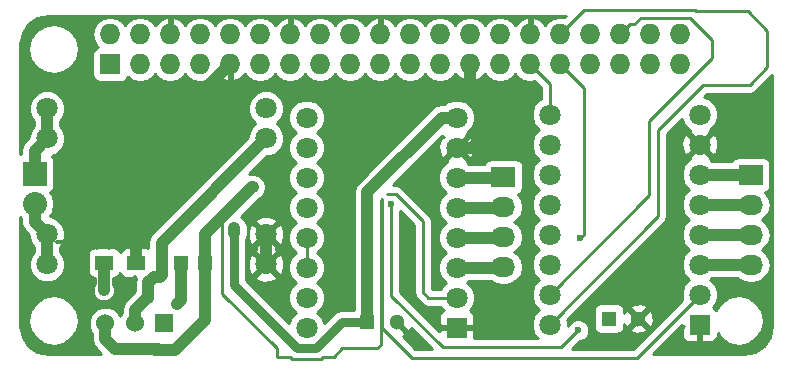
<source format=gbr>
G04 #@! TF.FileFunction,Copper,L1,Top,Signal*
%FSLAX46Y46*%
G04 Gerber Fmt 4.6, Leading zero omitted, Abs format (unit mm)*
G04 Created by KiCad (PCBNEW 4.0.2+dfsg1-stable) date ថ្ងៃ​ព្រហស្បតិ៍ ថ្ងៃ 15 ខែ មិនា ឆ្នាំ  2018, 15 ម៉ោង m នាទី 28 វិនាទី​*
%MOMM*%
G01*
G04 APERTURE LIST*
%ADD10C,0.100000*%
%ADD11C,0.300000*%
%ADD12R,1.727200X1.727200*%
%ADD13O,1.727200X1.727200*%
%ADD14R,2.032000X1.727200*%
%ADD15O,2.032000X1.727200*%
%ADD16C,1.300000*%
%ADD17R,1.300000X1.300000*%
%ADD18R,1.198880X1.198880*%
%ADD19R,1.750000X1.750000*%
%ADD20C,1.800000*%
%ADD21R,2.032000X2.032000*%
%ADD22O,2.032000X2.032000*%
%ADD23R,1.500000X1.300000*%
%ADD24C,1.524000*%
%ADD25R,1.524000X1.524000*%
%ADD26C,0.600000*%
%ADD27C,1.000000*%
%ADD28C,0.800000*%
%ADD29C,0.250000*%
%ADD30C,0.254000*%
G04 APERTURE END LIST*
D10*
D11*
X129821429Y-112428571D02*
X129321429Y-113928571D01*
X128821429Y-112428571D01*
X128321429Y-113928571D02*
X128321429Y-112428571D01*
X127607143Y-113928571D02*
X127607143Y-112428571D01*
X126750000Y-113928571D01*
X126750000Y-112428571D01*
X126035714Y-113357143D02*
X124892857Y-113357143D01*
D12*
X129430000Y-98340000D03*
D13*
X129430000Y-95800000D03*
X131970000Y-98340000D03*
X131970000Y-95800000D03*
X134510000Y-98340000D03*
X134510000Y-95800000D03*
X137050000Y-98340000D03*
X137050000Y-95800000D03*
X139590000Y-98340000D03*
X139590000Y-95800000D03*
X142130000Y-98340000D03*
X142130000Y-95800000D03*
X144670000Y-98340000D03*
X144670000Y-95800000D03*
X147210000Y-98340000D03*
X147210000Y-95800000D03*
X149750000Y-98340000D03*
X149750000Y-95800000D03*
X152290000Y-98340000D03*
X152290000Y-95800000D03*
X154830000Y-98340000D03*
X154830000Y-95800000D03*
X157370000Y-98340000D03*
X157370000Y-95800000D03*
X159910000Y-98340000D03*
X159910000Y-95800000D03*
X162450000Y-98340000D03*
X162450000Y-95800000D03*
X164990000Y-98340000D03*
X164990000Y-95800000D03*
X167530000Y-98340000D03*
X167530000Y-95800000D03*
X170070000Y-98340000D03*
X170070000Y-95800000D03*
X172610000Y-98340000D03*
X172610000Y-95800000D03*
X175150000Y-98340000D03*
X175150000Y-95800000D03*
X177690000Y-98340000D03*
X177690000Y-95800000D03*
D14*
X183660000Y-107710000D03*
D15*
X183660000Y-110250000D03*
X183660000Y-112790000D03*
X183660000Y-115330000D03*
D16*
X153670000Y-120180000D03*
D17*
X151170000Y-120180000D03*
D16*
X174150000Y-119870000D03*
D17*
X171650000Y-119870000D03*
D18*
X137478040Y-115190000D03*
X135380000Y-115190000D03*
D19*
X179340000Y-120390000D03*
D20*
X179340000Y-117850000D03*
X179340000Y-115310000D03*
X179340000Y-112770000D03*
X179340000Y-110230000D03*
X179340000Y-107690000D03*
X179340000Y-105150000D03*
X179340000Y-102610000D03*
X166640000Y-120390000D03*
X166640000Y-117850000D03*
X166640000Y-115310000D03*
X166640000Y-112770000D03*
X166640000Y-110230000D03*
X166640000Y-105150000D03*
X166640000Y-107690000D03*
X166640000Y-102610000D03*
D19*
X158750000Y-120650000D03*
D20*
X158750000Y-118110000D03*
X158750000Y-115570000D03*
X158750000Y-113030000D03*
X158750000Y-110490000D03*
X158750000Y-107950000D03*
X158750000Y-105410000D03*
X158750000Y-102870000D03*
X146050000Y-120650000D03*
X146050000Y-118110000D03*
X146050000Y-115570000D03*
X146050000Y-113030000D03*
X146050000Y-110490000D03*
X146050000Y-105410000D03*
X146050000Y-107950000D03*
X146050000Y-102870000D03*
D21*
X123030000Y-107610000D03*
D22*
X123030000Y-110150000D03*
D23*
X128920000Y-115140000D03*
X131620000Y-115140000D03*
D20*
X124079000Y-102072000D03*
X124079000Y-104612000D03*
X124079000Y-115280000D03*
X124079000Y-112740000D03*
X142621000Y-102072000D03*
X142621000Y-104612000D03*
X142621000Y-112740000D03*
X142621000Y-115280000D03*
D14*
X162720000Y-107880000D03*
D15*
X162720000Y-110420000D03*
X162720000Y-112960000D03*
X162720000Y-115500000D03*
D24*
X131520000Y-120280000D03*
D25*
X134020000Y-120280000D03*
D24*
X129020000Y-120280000D03*
D26*
X139930000Y-112230000D03*
X141500000Y-108750000D03*
X135050000Y-118600000D03*
X128880000Y-117490000D03*
X153240000Y-110180000D03*
X169050000Y-120870000D03*
X169190000Y-113080000D03*
D27*
X142621000Y-112740000D02*
X142621000Y-115280000D01*
X131620000Y-115140000D02*
X131620000Y-106310000D01*
X131620000Y-106310000D02*
X139590000Y-98340000D01*
X162060000Y-103372792D02*
X159910000Y-101222792D01*
X159910000Y-101222792D02*
X159910000Y-98340000D01*
X158750000Y-105410000D02*
X160022792Y-105410000D01*
X160022792Y-105410000D02*
X162060000Y-103372792D01*
D28*
X145233999Y-122350001D02*
X146866001Y-122350001D01*
X139930000Y-117046002D02*
X145233999Y-122350001D01*
X146866001Y-122350001D02*
X149036002Y-120180000D01*
X139930000Y-112230000D02*
X139930000Y-117046002D01*
X149720000Y-120180000D02*
X151170000Y-120180000D01*
X149036002Y-120180000D02*
X149720000Y-120180000D01*
D27*
X139930000Y-112654264D02*
X139930000Y-112230000D01*
X124079000Y-104612000D02*
X124079000Y-102072000D01*
X123030000Y-107610000D02*
X123030000Y-105661000D01*
X123030000Y-105661000D02*
X124079000Y-104612000D01*
X158750000Y-102870000D02*
X157477208Y-102870000D01*
X157477208Y-102870000D02*
X151170000Y-109177208D01*
X151170000Y-109177208D02*
X151170000Y-118530000D01*
X151170000Y-118530000D02*
X151170000Y-120180000D01*
D29*
X173990000Y-123200000D02*
X179340000Y-117850000D01*
X138904989Y-111805427D02*
X138904989Y-117618575D01*
X141500000Y-108750000D02*
X138904991Y-111345009D01*
X144675835Y-123100000D02*
X144850847Y-123275012D01*
X152414999Y-109783999D02*
X152414999Y-120664001D01*
X143538415Y-123100000D02*
X144675835Y-123100000D01*
X138904991Y-111345009D02*
X138904991Y-111805425D01*
X138904991Y-111805425D02*
X138904989Y-111805427D01*
X138904991Y-117618577D02*
X138904991Y-117766576D01*
X138904989Y-117618575D02*
X138904991Y-117618577D01*
X152345001Y-122104582D02*
X152345001Y-109853997D01*
X138904991Y-117766576D02*
X143538415Y-122400000D01*
X147249153Y-123275012D02*
X147424165Y-123100000D01*
X152049583Y-122400000D02*
X152345001Y-122104582D01*
X143538415Y-122400000D02*
X143538415Y-123100000D01*
X152414999Y-120664001D02*
X154950998Y-123200000D01*
X154950998Y-123200000D02*
X173990000Y-123200000D01*
X144850847Y-123275012D02*
X147249153Y-123275012D01*
X147424165Y-123100000D02*
X148350000Y-123100000D01*
X148350000Y-123100000D02*
X149050000Y-122400000D01*
X149050000Y-122400000D02*
X152049583Y-122400000D01*
X152345001Y-109853997D02*
X152414999Y-109783999D01*
X152850000Y-109350000D02*
X153631002Y-109350000D01*
X153631002Y-109350000D02*
X155900000Y-111618998D01*
X155900000Y-111618998D02*
X155900000Y-117660758D01*
X155900000Y-117660758D02*
X156349242Y-118110000D01*
X156349242Y-118110000D02*
X158750000Y-118110000D01*
D27*
X137478040Y-115190000D02*
X137478040Y-112702048D01*
X141430088Y-108750000D02*
X141500000Y-108750000D01*
X137478040Y-112702048D02*
X141430088Y-108750000D01*
X133250000Y-122510000D02*
X134934002Y-122510000D01*
X134934002Y-122510000D02*
X137478040Y-119965962D01*
X137478040Y-119965962D02*
X137478040Y-116789440D01*
X137478040Y-116789440D02*
X137478040Y-115190000D01*
D29*
X133709002Y-122700000D02*
X134340000Y-122700000D01*
X137478040Y-116039440D02*
X137478040Y-115190000D01*
X134340000Y-122700000D02*
X137478040Y-119561960D01*
X137478040Y-119561960D02*
X137478040Y-116039440D01*
D27*
X129850000Y-122460000D02*
X133469002Y-122460000D01*
X129020000Y-120280000D02*
X129020000Y-121630000D01*
X129020000Y-121630000D02*
X129850000Y-122460000D01*
X135050000Y-118600000D02*
X135380000Y-118270000D01*
X135380000Y-118270000D02*
X135380000Y-115190000D01*
X128880000Y-117490000D02*
X128880000Y-115180000D01*
X128880000Y-115180000D02*
X128920000Y-115140000D01*
D29*
X166640000Y-102610000D02*
X166640000Y-99990000D01*
X166640000Y-99990000D02*
X164990000Y-98340000D01*
X169050000Y-120870000D02*
X167620000Y-122300000D01*
X167620000Y-122300000D02*
X157610000Y-122300000D01*
X157610000Y-122300000D02*
X153240000Y-117930000D01*
X153240000Y-117930000D02*
X153240000Y-110180000D01*
X167530000Y-98340000D02*
X169510000Y-100320000D01*
X169510000Y-100320000D02*
X169510000Y-112760000D01*
X169510000Y-112760000D02*
X169190000Y-113080000D01*
X176500000Y-93750000D02*
X176363805Y-93750000D01*
X178903805Y-93750000D02*
X176500000Y-93750000D01*
X176500000Y-93750000D02*
X169580000Y-93750000D01*
X169580000Y-93750000D02*
X167530000Y-95800000D01*
X175800009Y-103892989D02*
X179612998Y-100080000D01*
X178983805Y-93830000D02*
X178903805Y-93750000D01*
X183560000Y-100080000D02*
X185070000Y-98570000D01*
X168393599Y-94936401D02*
X167530000Y-95800000D01*
X185070000Y-95500000D02*
X183400000Y-93830000D01*
X166640000Y-120390000D02*
X175800009Y-111229991D01*
X175800009Y-111229991D02*
X175800009Y-103892989D01*
X179612998Y-100080000D02*
X183560000Y-100080000D01*
X185070000Y-98570000D02*
X185070000Y-95500000D01*
X183400000Y-93830000D02*
X178983805Y-93830000D01*
X175050000Y-103183130D02*
X180400000Y-97833130D01*
X175050000Y-109440000D02*
X175050000Y-103183130D01*
X180400000Y-96306870D02*
X178493141Y-94400011D01*
X173473599Y-94936401D02*
X172610000Y-95800000D01*
X180400000Y-97833130D02*
X180400000Y-96306870D01*
X178493141Y-94400011D02*
X174346859Y-94400011D01*
X166640000Y-117850000D02*
X175050000Y-109440000D01*
X173810469Y-94936401D02*
X173473599Y-94936401D01*
X174346859Y-94400011D02*
X173810469Y-94936401D01*
D27*
X179340000Y-115310000D02*
X183640000Y-115310000D01*
X183640000Y-115310000D02*
X183660000Y-115330000D01*
X179340000Y-112770000D02*
X183640000Y-112770000D01*
X183640000Y-112770000D02*
X183660000Y-112790000D01*
X179340000Y-110230000D02*
X183640000Y-110230000D01*
X183640000Y-110230000D02*
X183660000Y-110250000D01*
X179340000Y-107690000D02*
X183640000Y-107690000D01*
X183640000Y-107690000D02*
X183660000Y-107710000D01*
X158750000Y-115570000D02*
X162650000Y-115570000D01*
X162650000Y-115570000D02*
X162720000Y-115500000D01*
X158750000Y-113030000D02*
X162650000Y-113030000D01*
X162650000Y-113030000D02*
X162720000Y-112960000D01*
X158750000Y-110490000D02*
X162650000Y-110490000D01*
X162650000Y-110490000D02*
X162720000Y-110420000D01*
X158750000Y-107950000D02*
X162650000Y-107950000D01*
X162650000Y-107950000D02*
X162720000Y-107880000D01*
D29*
X146050000Y-115570000D02*
X146050000Y-114297208D01*
X146050000Y-114297208D02*
X146050000Y-113030000D01*
D27*
X124079000Y-112740000D02*
X124079000Y-115280000D01*
X123030000Y-110150000D02*
X123030000Y-111691000D01*
X123030000Y-111691000D02*
X124079000Y-112740000D01*
D29*
X132550000Y-118150000D02*
X132550000Y-117200000D01*
X132550000Y-117200000D02*
X132900000Y-116850000D01*
X132900000Y-116850000D02*
X132900000Y-116550000D01*
D27*
X132650000Y-118100000D02*
X132600000Y-118150000D01*
X132600000Y-118150000D02*
X132550000Y-118150000D01*
X132550000Y-118150000D02*
X131520000Y-119180000D01*
X131520000Y-119180000D02*
X131520000Y-120280000D01*
X132950000Y-116486139D02*
X132650000Y-116786139D01*
X132650000Y-116786139D02*
X132650000Y-118050000D01*
D29*
X132950000Y-116486139D02*
X133100000Y-116319999D01*
D27*
X133770000Y-115700000D02*
X133770000Y-116180000D01*
X133770000Y-116180000D02*
X133630001Y-116319999D01*
X133630001Y-116319999D02*
X133100000Y-116319999D01*
X133770000Y-113463000D02*
X133770000Y-114320000D01*
D29*
X133770000Y-115700000D02*
X133770000Y-113650000D01*
D27*
X133770000Y-114320000D02*
X133770000Y-115700000D01*
X142621000Y-104612000D02*
X133770000Y-113463000D01*
X133770000Y-113463000D02*
X133770000Y-113650000D01*
D30*
G36*
X185450000Y-120472533D02*
X185261383Y-121420775D01*
X184762463Y-122167463D01*
X184015777Y-122666383D01*
X183067533Y-122855000D01*
X175409802Y-122855000D01*
X177830000Y-120434802D01*
X177830000Y-120517002D01*
X177988748Y-120517002D01*
X177830000Y-120675750D01*
X177830000Y-121391310D01*
X177926673Y-121624699D01*
X178105302Y-121803327D01*
X178338691Y-121900000D01*
X179054250Y-121900000D01*
X179213000Y-121741250D01*
X179213000Y-120517000D01*
X179193000Y-120517000D01*
X179193000Y-120263000D01*
X179213000Y-120263000D01*
X179213000Y-120243000D01*
X179467000Y-120243000D01*
X179467000Y-120263000D01*
X179487000Y-120263000D01*
X179487000Y-120517000D01*
X179467000Y-120517000D01*
X179467000Y-121741250D01*
X179625750Y-121900000D01*
X180341309Y-121900000D01*
X180574698Y-121803327D01*
X180753327Y-121624699D01*
X180850000Y-121391310D01*
X180850000Y-121137617D01*
X181125327Y-121549673D01*
X181817971Y-122012483D01*
X182635000Y-122175000D01*
X183452029Y-122012483D01*
X184144673Y-121549673D01*
X184607483Y-120857029D01*
X184770000Y-120040000D01*
X184607483Y-119222971D01*
X184144673Y-118530327D01*
X183452029Y-118067517D01*
X182635000Y-117905000D01*
X181817971Y-118067517D01*
X181125327Y-118530327D01*
X180725995Y-119127969D01*
X180574698Y-118976673D01*
X180439975Y-118920869D01*
X180640551Y-118720643D01*
X180874733Y-118156670D01*
X180875265Y-117546009D01*
X180642068Y-116981629D01*
X180240818Y-116579677D01*
X180375731Y-116445000D01*
X182498392Y-116445000D01*
X182901766Y-116714526D01*
X183475255Y-116828600D01*
X183844745Y-116828600D01*
X184418234Y-116714526D01*
X184904415Y-116389670D01*
X185229271Y-115903489D01*
X185343345Y-115330000D01*
X185229271Y-114756511D01*
X184904415Y-114270330D01*
X184589634Y-114060000D01*
X184904415Y-113849670D01*
X185229271Y-113363489D01*
X185343345Y-112790000D01*
X185229271Y-112216511D01*
X184904415Y-111730330D01*
X184589634Y-111520000D01*
X184904415Y-111309670D01*
X185229271Y-110823489D01*
X185343345Y-110250000D01*
X185229271Y-109676511D01*
X184904415Y-109190330D01*
X184890087Y-109180757D01*
X184911317Y-109176762D01*
X185127441Y-109037690D01*
X185272431Y-108825490D01*
X185323440Y-108573600D01*
X185323440Y-106846400D01*
X185279162Y-106611083D01*
X185140090Y-106394959D01*
X184927890Y-106249969D01*
X184676000Y-106198960D01*
X182644000Y-106198960D01*
X182408683Y-106243238D01*
X182192559Y-106382310D01*
X182074565Y-106555000D01*
X180375905Y-106555000D01*
X180210643Y-106389449D01*
X180189806Y-106380797D01*
X180240554Y-106230159D01*
X179340000Y-105329605D01*
X178439446Y-106230159D01*
X178490035Y-106380327D01*
X178471629Y-106387932D01*
X178039449Y-106819357D01*
X177805267Y-107383330D01*
X177804735Y-107993991D01*
X178037932Y-108558371D01*
X178439182Y-108960323D01*
X178039449Y-109359357D01*
X177805267Y-109923330D01*
X177804735Y-110533991D01*
X178037932Y-111098371D01*
X178439182Y-111500323D01*
X178039449Y-111899357D01*
X177805267Y-112463330D01*
X177804735Y-113073991D01*
X178037932Y-113638371D01*
X178439182Y-114040323D01*
X178039449Y-114439357D01*
X177805267Y-115003330D01*
X177804735Y-115613991D01*
X178037932Y-116178371D01*
X178439182Y-116580323D01*
X178039449Y-116979357D01*
X177805267Y-117543330D01*
X177804735Y-118153991D01*
X177850485Y-118264713D01*
X173675198Y-122440000D01*
X168554802Y-122440000D01*
X169189680Y-121805122D01*
X169235167Y-121805162D01*
X169578943Y-121663117D01*
X169842192Y-121400327D01*
X169984838Y-121056799D01*
X169985162Y-120684833D01*
X169843117Y-120341057D01*
X169580327Y-120077808D01*
X169236799Y-119935162D01*
X168864833Y-119934838D01*
X168521057Y-120076883D01*
X168257808Y-120339673D01*
X168174870Y-120539409D01*
X168175265Y-120086009D01*
X168129515Y-119975287D01*
X168884802Y-119220000D01*
X170352560Y-119220000D01*
X170352560Y-120520000D01*
X170396838Y-120755317D01*
X170535910Y-120971441D01*
X170748110Y-121116431D01*
X171000000Y-121167440D01*
X172300000Y-121167440D01*
X172535317Y-121123162D01*
X172751441Y-120984090D01*
X172896431Y-120771890D01*
X172897012Y-120769016D01*
X173430590Y-120769016D01*
X173486271Y-120999611D01*
X173969078Y-121167622D01*
X174479428Y-121138083D01*
X174813729Y-120999611D01*
X174869410Y-120769016D01*
X174150000Y-120049605D01*
X173430590Y-120769016D01*
X172897012Y-120769016D01*
X172947440Y-120520000D01*
X172947440Y-120357615D01*
X173020389Y-120533729D01*
X173250984Y-120589410D01*
X173970395Y-119870000D01*
X174329605Y-119870000D01*
X175049016Y-120589410D01*
X175279611Y-120533729D01*
X175447622Y-120050922D01*
X175418083Y-119540572D01*
X175279611Y-119206271D01*
X175049016Y-119150590D01*
X174329605Y-119870000D01*
X173970395Y-119870000D01*
X173250984Y-119150590D01*
X173020389Y-119206271D01*
X172947440Y-119415902D01*
X172947440Y-119220000D01*
X172903162Y-118984683D01*
X172894347Y-118970984D01*
X173430590Y-118970984D01*
X174150000Y-119690395D01*
X174869410Y-118970984D01*
X174813729Y-118740389D01*
X174330922Y-118572378D01*
X173820572Y-118601917D01*
X173486271Y-118740389D01*
X173430590Y-118970984D01*
X172894347Y-118970984D01*
X172764090Y-118768559D01*
X172551890Y-118623569D01*
X172300000Y-118572560D01*
X171000000Y-118572560D01*
X170764683Y-118616838D01*
X170548559Y-118755910D01*
X170403569Y-118968110D01*
X170352560Y-119220000D01*
X168884802Y-119220000D01*
X176337410Y-111767392D01*
X176502157Y-111520830D01*
X176560009Y-111229991D01*
X176560009Y-104909336D01*
X177793542Y-104909336D01*
X177819161Y-105519460D01*
X178003357Y-105964148D01*
X178259841Y-106050554D01*
X179160395Y-105150000D01*
X179519605Y-105150000D01*
X180420159Y-106050554D01*
X180676643Y-105964148D01*
X180886458Y-105390664D01*
X180860839Y-104780540D01*
X180676643Y-104335852D01*
X180420159Y-104249446D01*
X179519605Y-105150000D01*
X179160395Y-105150000D01*
X178259841Y-104249446D01*
X178003357Y-104335852D01*
X177793542Y-104909336D01*
X176560009Y-104909336D01*
X176560009Y-104207791D01*
X177819083Y-102948717D01*
X178037932Y-103478371D01*
X178469357Y-103910551D01*
X178490194Y-103919203D01*
X178439446Y-104069841D01*
X179340000Y-104970395D01*
X180240554Y-104069841D01*
X180189965Y-103919673D01*
X180208371Y-103912068D01*
X180640551Y-103480643D01*
X180874733Y-102916670D01*
X180875265Y-102306009D01*
X180642068Y-101741629D01*
X180210643Y-101309449D01*
X179679077Y-101088723D01*
X179927800Y-100840000D01*
X183560000Y-100840000D01*
X183850839Y-100782148D01*
X184097401Y-100617401D01*
X185450000Y-99264802D01*
X185450000Y-120472533D01*
X185450000Y-120472533D01*
G37*
X185450000Y-120472533D02*
X185261383Y-121420775D01*
X184762463Y-122167463D01*
X184015777Y-122666383D01*
X183067533Y-122855000D01*
X175409802Y-122855000D01*
X177830000Y-120434802D01*
X177830000Y-120517002D01*
X177988748Y-120517002D01*
X177830000Y-120675750D01*
X177830000Y-121391310D01*
X177926673Y-121624699D01*
X178105302Y-121803327D01*
X178338691Y-121900000D01*
X179054250Y-121900000D01*
X179213000Y-121741250D01*
X179213000Y-120517000D01*
X179193000Y-120517000D01*
X179193000Y-120263000D01*
X179213000Y-120263000D01*
X179213000Y-120243000D01*
X179467000Y-120243000D01*
X179467000Y-120263000D01*
X179487000Y-120263000D01*
X179487000Y-120517000D01*
X179467000Y-120517000D01*
X179467000Y-121741250D01*
X179625750Y-121900000D01*
X180341309Y-121900000D01*
X180574698Y-121803327D01*
X180753327Y-121624699D01*
X180850000Y-121391310D01*
X180850000Y-121137617D01*
X181125327Y-121549673D01*
X181817971Y-122012483D01*
X182635000Y-122175000D01*
X183452029Y-122012483D01*
X184144673Y-121549673D01*
X184607483Y-120857029D01*
X184770000Y-120040000D01*
X184607483Y-119222971D01*
X184144673Y-118530327D01*
X183452029Y-118067517D01*
X182635000Y-117905000D01*
X181817971Y-118067517D01*
X181125327Y-118530327D01*
X180725995Y-119127969D01*
X180574698Y-118976673D01*
X180439975Y-118920869D01*
X180640551Y-118720643D01*
X180874733Y-118156670D01*
X180875265Y-117546009D01*
X180642068Y-116981629D01*
X180240818Y-116579677D01*
X180375731Y-116445000D01*
X182498392Y-116445000D01*
X182901766Y-116714526D01*
X183475255Y-116828600D01*
X183844745Y-116828600D01*
X184418234Y-116714526D01*
X184904415Y-116389670D01*
X185229271Y-115903489D01*
X185343345Y-115330000D01*
X185229271Y-114756511D01*
X184904415Y-114270330D01*
X184589634Y-114060000D01*
X184904415Y-113849670D01*
X185229271Y-113363489D01*
X185343345Y-112790000D01*
X185229271Y-112216511D01*
X184904415Y-111730330D01*
X184589634Y-111520000D01*
X184904415Y-111309670D01*
X185229271Y-110823489D01*
X185343345Y-110250000D01*
X185229271Y-109676511D01*
X184904415Y-109190330D01*
X184890087Y-109180757D01*
X184911317Y-109176762D01*
X185127441Y-109037690D01*
X185272431Y-108825490D01*
X185323440Y-108573600D01*
X185323440Y-106846400D01*
X185279162Y-106611083D01*
X185140090Y-106394959D01*
X184927890Y-106249969D01*
X184676000Y-106198960D01*
X182644000Y-106198960D01*
X182408683Y-106243238D01*
X182192559Y-106382310D01*
X182074565Y-106555000D01*
X180375905Y-106555000D01*
X180210643Y-106389449D01*
X180189806Y-106380797D01*
X180240554Y-106230159D01*
X179340000Y-105329605D01*
X178439446Y-106230159D01*
X178490035Y-106380327D01*
X178471629Y-106387932D01*
X178039449Y-106819357D01*
X177805267Y-107383330D01*
X177804735Y-107993991D01*
X178037932Y-108558371D01*
X178439182Y-108960323D01*
X178039449Y-109359357D01*
X177805267Y-109923330D01*
X177804735Y-110533991D01*
X178037932Y-111098371D01*
X178439182Y-111500323D01*
X178039449Y-111899357D01*
X177805267Y-112463330D01*
X177804735Y-113073991D01*
X178037932Y-113638371D01*
X178439182Y-114040323D01*
X178039449Y-114439357D01*
X177805267Y-115003330D01*
X177804735Y-115613991D01*
X178037932Y-116178371D01*
X178439182Y-116580323D01*
X178039449Y-116979357D01*
X177805267Y-117543330D01*
X177804735Y-118153991D01*
X177850485Y-118264713D01*
X173675198Y-122440000D01*
X168554802Y-122440000D01*
X169189680Y-121805122D01*
X169235167Y-121805162D01*
X169578943Y-121663117D01*
X169842192Y-121400327D01*
X169984838Y-121056799D01*
X169985162Y-120684833D01*
X169843117Y-120341057D01*
X169580327Y-120077808D01*
X169236799Y-119935162D01*
X168864833Y-119934838D01*
X168521057Y-120076883D01*
X168257808Y-120339673D01*
X168174870Y-120539409D01*
X168175265Y-120086009D01*
X168129515Y-119975287D01*
X168884802Y-119220000D01*
X170352560Y-119220000D01*
X170352560Y-120520000D01*
X170396838Y-120755317D01*
X170535910Y-120971441D01*
X170748110Y-121116431D01*
X171000000Y-121167440D01*
X172300000Y-121167440D01*
X172535317Y-121123162D01*
X172751441Y-120984090D01*
X172896431Y-120771890D01*
X172897012Y-120769016D01*
X173430590Y-120769016D01*
X173486271Y-120999611D01*
X173969078Y-121167622D01*
X174479428Y-121138083D01*
X174813729Y-120999611D01*
X174869410Y-120769016D01*
X174150000Y-120049605D01*
X173430590Y-120769016D01*
X172897012Y-120769016D01*
X172947440Y-120520000D01*
X172947440Y-120357615D01*
X173020389Y-120533729D01*
X173250984Y-120589410D01*
X173970395Y-119870000D01*
X174329605Y-119870000D01*
X175049016Y-120589410D01*
X175279611Y-120533729D01*
X175447622Y-120050922D01*
X175418083Y-119540572D01*
X175279611Y-119206271D01*
X175049016Y-119150590D01*
X174329605Y-119870000D01*
X173970395Y-119870000D01*
X173250984Y-119150590D01*
X173020389Y-119206271D01*
X172947440Y-119415902D01*
X172947440Y-119220000D01*
X172903162Y-118984683D01*
X172894347Y-118970984D01*
X173430590Y-118970984D01*
X174150000Y-119690395D01*
X174869410Y-118970984D01*
X174813729Y-118740389D01*
X174330922Y-118572378D01*
X173820572Y-118601917D01*
X173486271Y-118740389D01*
X173430590Y-118970984D01*
X172894347Y-118970984D01*
X172764090Y-118768559D01*
X172551890Y-118623569D01*
X172300000Y-118572560D01*
X171000000Y-118572560D01*
X170764683Y-118616838D01*
X170548559Y-118755910D01*
X170403569Y-118968110D01*
X170352560Y-119220000D01*
X168884802Y-119220000D01*
X176337410Y-111767392D01*
X176502157Y-111520830D01*
X176560009Y-111229991D01*
X176560009Y-104909336D01*
X177793542Y-104909336D01*
X177819161Y-105519460D01*
X178003357Y-105964148D01*
X178259841Y-106050554D01*
X179160395Y-105150000D01*
X179519605Y-105150000D01*
X180420159Y-106050554D01*
X180676643Y-105964148D01*
X180886458Y-105390664D01*
X180860839Y-104780540D01*
X180676643Y-104335852D01*
X180420159Y-104249446D01*
X179519605Y-105150000D01*
X179160395Y-105150000D01*
X178259841Y-104249446D01*
X178003357Y-104335852D01*
X177793542Y-104909336D01*
X176560009Y-104909336D01*
X176560009Y-104207791D01*
X177819083Y-102948717D01*
X178037932Y-103478371D01*
X178469357Y-103910551D01*
X178490194Y-103919203D01*
X178439446Y-104069841D01*
X179340000Y-104970395D01*
X180240554Y-104069841D01*
X180189965Y-103919673D01*
X180208371Y-103912068D01*
X180640551Y-103480643D01*
X180874733Y-102916670D01*
X180875265Y-102306009D01*
X180642068Y-101741629D01*
X180210643Y-101309449D01*
X179679077Y-101088723D01*
X179927800Y-100840000D01*
X183560000Y-100840000D01*
X183850839Y-100782148D01*
X184097401Y-100617401D01*
X185450000Y-99264802D01*
X185450000Y-120472533D01*
G36*
X167888356Y-94366842D02*
X167559359Y-94301400D01*
X167500641Y-94301400D01*
X166927152Y-94415474D01*
X166440971Y-94740330D01*
X166260008Y-95011161D01*
X165878490Y-94593179D01*
X165349027Y-94345032D01*
X165117000Y-94465531D01*
X165117000Y-95673000D01*
X165137000Y-95673000D01*
X165137000Y-95927000D01*
X165117000Y-95927000D01*
X165117000Y-95947000D01*
X164863000Y-95947000D01*
X164863000Y-95927000D01*
X164843000Y-95927000D01*
X164843000Y-95673000D01*
X164863000Y-95673000D01*
X164863000Y-94465531D01*
X164630973Y-94345032D01*
X164101510Y-94593179D01*
X163719992Y-95011161D01*
X163539029Y-94740330D01*
X163052848Y-94415474D01*
X162479359Y-94301400D01*
X162420641Y-94301400D01*
X161847152Y-94415474D01*
X161360971Y-94740330D01*
X161180000Y-95011172D01*
X160999029Y-94740330D01*
X160512848Y-94415474D01*
X159939359Y-94301400D01*
X159880641Y-94301400D01*
X159307152Y-94415474D01*
X158820971Y-94740330D01*
X158640000Y-95011172D01*
X158459029Y-94740330D01*
X157972848Y-94415474D01*
X157399359Y-94301400D01*
X157340641Y-94301400D01*
X156767152Y-94415474D01*
X156280971Y-94740330D01*
X156100000Y-95011172D01*
X155919029Y-94740330D01*
X155432848Y-94415474D01*
X154859359Y-94301400D01*
X154800641Y-94301400D01*
X154227152Y-94415474D01*
X153740971Y-94740330D01*
X153560008Y-95011161D01*
X153178490Y-94593179D01*
X152649027Y-94345032D01*
X152417000Y-94465531D01*
X152417000Y-95673000D01*
X152437000Y-95673000D01*
X152437000Y-95927000D01*
X152417000Y-95927000D01*
X152417000Y-95947000D01*
X152163000Y-95947000D01*
X152163000Y-95927000D01*
X152143000Y-95927000D01*
X152143000Y-95673000D01*
X152163000Y-95673000D01*
X152163000Y-94465531D01*
X151930973Y-94345032D01*
X151401510Y-94593179D01*
X151019992Y-95011161D01*
X150839029Y-94740330D01*
X150352848Y-94415474D01*
X149779359Y-94301400D01*
X149720641Y-94301400D01*
X149147152Y-94415474D01*
X148660971Y-94740330D01*
X148480000Y-95011172D01*
X148299029Y-94740330D01*
X147812848Y-94415474D01*
X147239359Y-94301400D01*
X147180641Y-94301400D01*
X146607152Y-94415474D01*
X146120971Y-94740330D01*
X145940008Y-95011161D01*
X145558490Y-94593179D01*
X145029027Y-94345032D01*
X144797000Y-94465531D01*
X144797000Y-95673000D01*
X144817000Y-95673000D01*
X144817000Y-95927000D01*
X144797000Y-95927000D01*
X144797000Y-95947000D01*
X144543000Y-95947000D01*
X144543000Y-95927000D01*
X144523000Y-95927000D01*
X144523000Y-95673000D01*
X144543000Y-95673000D01*
X144543000Y-94465531D01*
X144310973Y-94345032D01*
X143781510Y-94593179D01*
X143399992Y-95011161D01*
X143219029Y-94740330D01*
X142732848Y-94415474D01*
X142159359Y-94301400D01*
X142100641Y-94301400D01*
X141527152Y-94415474D01*
X141040971Y-94740330D01*
X140860000Y-95011172D01*
X140679029Y-94740330D01*
X140192848Y-94415474D01*
X139619359Y-94301400D01*
X139560641Y-94301400D01*
X138987152Y-94415474D01*
X138500971Y-94740330D01*
X138320000Y-95011172D01*
X138139029Y-94740330D01*
X137652848Y-94415474D01*
X137079359Y-94301400D01*
X137020641Y-94301400D01*
X136447152Y-94415474D01*
X135960971Y-94740330D01*
X135780008Y-95011161D01*
X135398490Y-94593179D01*
X134869027Y-94345032D01*
X134637000Y-94465531D01*
X134637000Y-95673000D01*
X134657000Y-95673000D01*
X134657000Y-95927000D01*
X134637000Y-95927000D01*
X134637000Y-95947000D01*
X134383000Y-95947000D01*
X134383000Y-95927000D01*
X134363000Y-95927000D01*
X134363000Y-95673000D01*
X134383000Y-95673000D01*
X134383000Y-94465531D01*
X134150973Y-94345032D01*
X133621510Y-94593179D01*
X133239992Y-95011161D01*
X133059029Y-94740330D01*
X132572848Y-94415474D01*
X131999359Y-94301400D01*
X131940641Y-94301400D01*
X131367152Y-94415474D01*
X130880971Y-94740330D01*
X130700000Y-95011172D01*
X130519029Y-94740330D01*
X130032848Y-94415474D01*
X129459359Y-94301400D01*
X129400641Y-94301400D01*
X128827152Y-94415474D01*
X128340971Y-94740330D01*
X128016115Y-95226511D01*
X127902041Y-95800000D01*
X128016115Y-96373489D01*
X128340971Y-96859670D01*
X128354642Y-96868805D01*
X128331083Y-96873238D01*
X128114959Y-97012310D01*
X127969969Y-97224510D01*
X127918960Y-97476400D01*
X127918960Y-99203600D01*
X127963238Y-99438917D01*
X128102310Y-99655041D01*
X128314510Y-99800031D01*
X128566400Y-99851040D01*
X130293600Y-99851040D01*
X130528917Y-99806762D01*
X130745041Y-99667690D01*
X130890031Y-99455490D01*
X130898908Y-99411655D01*
X131367152Y-99724526D01*
X131940641Y-99838600D01*
X131999359Y-99838600D01*
X132572848Y-99724526D01*
X133059029Y-99399670D01*
X133240000Y-99128828D01*
X133420971Y-99399670D01*
X133907152Y-99724526D01*
X134480641Y-99838600D01*
X134539359Y-99838600D01*
X135112848Y-99724526D01*
X135599029Y-99399670D01*
X135780000Y-99128828D01*
X135960971Y-99399670D01*
X136447152Y-99724526D01*
X137020641Y-99838600D01*
X137079359Y-99838600D01*
X137652848Y-99724526D01*
X138139029Y-99399670D01*
X138319992Y-99128839D01*
X138701510Y-99546821D01*
X139230973Y-99794968D01*
X139463000Y-99674469D01*
X139463000Y-98467000D01*
X139443000Y-98467000D01*
X139443000Y-98213000D01*
X139463000Y-98213000D01*
X139463000Y-98193000D01*
X139717000Y-98193000D01*
X139717000Y-98213000D01*
X139737000Y-98213000D01*
X139737000Y-98467000D01*
X139717000Y-98467000D01*
X139717000Y-99674469D01*
X139949027Y-99794968D01*
X140478490Y-99546821D01*
X140860008Y-99128839D01*
X141040971Y-99399670D01*
X141527152Y-99724526D01*
X142100641Y-99838600D01*
X142159359Y-99838600D01*
X142732848Y-99724526D01*
X143219029Y-99399670D01*
X143400000Y-99128828D01*
X143580971Y-99399670D01*
X144067152Y-99724526D01*
X144640641Y-99838600D01*
X144699359Y-99838600D01*
X145272848Y-99724526D01*
X145759029Y-99399670D01*
X145940000Y-99128828D01*
X146120971Y-99399670D01*
X146607152Y-99724526D01*
X147180641Y-99838600D01*
X147239359Y-99838600D01*
X147812848Y-99724526D01*
X148299029Y-99399670D01*
X148480000Y-99128828D01*
X148660971Y-99399670D01*
X149147152Y-99724526D01*
X149720641Y-99838600D01*
X149779359Y-99838600D01*
X150352848Y-99724526D01*
X150839029Y-99399670D01*
X151020000Y-99128828D01*
X151200971Y-99399670D01*
X151687152Y-99724526D01*
X152260641Y-99838600D01*
X152319359Y-99838600D01*
X152892848Y-99724526D01*
X153379029Y-99399670D01*
X153560000Y-99128828D01*
X153740971Y-99399670D01*
X154227152Y-99724526D01*
X154800641Y-99838600D01*
X154859359Y-99838600D01*
X155432848Y-99724526D01*
X155919029Y-99399670D01*
X156100000Y-99128828D01*
X156280971Y-99399670D01*
X156767152Y-99724526D01*
X157340641Y-99838600D01*
X157399359Y-99838600D01*
X157972848Y-99724526D01*
X158459029Y-99399670D01*
X158639992Y-99128839D01*
X159021510Y-99546821D01*
X159550973Y-99794968D01*
X159783000Y-99674469D01*
X159783000Y-98467000D01*
X159763000Y-98467000D01*
X159763000Y-98213000D01*
X159783000Y-98213000D01*
X159783000Y-98193000D01*
X160037000Y-98193000D01*
X160037000Y-98213000D01*
X160057000Y-98213000D01*
X160057000Y-98467000D01*
X160037000Y-98467000D01*
X160037000Y-99674469D01*
X160269027Y-99794968D01*
X160798490Y-99546821D01*
X161180008Y-99128839D01*
X161360971Y-99399670D01*
X161847152Y-99724526D01*
X162420641Y-99838600D01*
X162479359Y-99838600D01*
X163052848Y-99724526D01*
X163539029Y-99399670D01*
X163720000Y-99128828D01*
X163900971Y-99399670D01*
X164387152Y-99724526D01*
X164960641Y-99838600D01*
X165019359Y-99838600D01*
X165348356Y-99773158D01*
X165880000Y-100304802D01*
X165880000Y-101263154D01*
X165771629Y-101307932D01*
X165339449Y-101739357D01*
X165105267Y-102303330D01*
X165104735Y-102913991D01*
X165337932Y-103478371D01*
X165739182Y-103880323D01*
X165339449Y-104279357D01*
X165105267Y-104843330D01*
X165104735Y-105453991D01*
X165337932Y-106018371D01*
X165739182Y-106420323D01*
X165339449Y-106819357D01*
X165105267Y-107383330D01*
X165104735Y-107993991D01*
X165337932Y-108558371D01*
X165739182Y-108960323D01*
X165339449Y-109359357D01*
X165105267Y-109923330D01*
X165104735Y-110533991D01*
X165337932Y-111098371D01*
X165739182Y-111500323D01*
X165339449Y-111899357D01*
X165105267Y-112463330D01*
X165104735Y-113073991D01*
X165337932Y-113638371D01*
X165739182Y-114040323D01*
X165339449Y-114439357D01*
X165105267Y-115003330D01*
X165104735Y-115613991D01*
X165337932Y-116178371D01*
X165739182Y-116580323D01*
X165339449Y-116979357D01*
X165105267Y-117543330D01*
X165104735Y-118153991D01*
X165337932Y-118718371D01*
X165739182Y-119120323D01*
X165339449Y-119519357D01*
X165105267Y-120083330D01*
X165104735Y-120693991D01*
X165337932Y-121258371D01*
X165619069Y-121540000D01*
X160260000Y-121540000D01*
X160260000Y-120935750D01*
X160101250Y-120777000D01*
X158877000Y-120777000D01*
X158877000Y-120797000D01*
X158623000Y-120797000D01*
X158623000Y-120777000D01*
X157398750Y-120777000D01*
X157280276Y-120895474D01*
X154000000Y-117615198D01*
X154000000Y-110793800D01*
X155140000Y-111933800D01*
X155140000Y-117660758D01*
X155197852Y-117951597D01*
X155362599Y-118198159D01*
X155811841Y-118647401D01*
X156058403Y-118812148D01*
X156349242Y-118870000D01*
X157403154Y-118870000D01*
X157447932Y-118978371D01*
X157650061Y-119180854D01*
X157515302Y-119236673D01*
X157336673Y-119415301D01*
X157240000Y-119648690D01*
X157240000Y-120364250D01*
X157398750Y-120523000D01*
X158623000Y-120523000D01*
X158623000Y-120503000D01*
X158877000Y-120503000D01*
X158877000Y-120523000D01*
X160101250Y-120523000D01*
X160260000Y-120364250D01*
X160260000Y-119648690D01*
X160163327Y-119415301D01*
X159984698Y-119236673D01*
X159849975Y-119180869D01*
X160050551Y-118980643D01*
X160284733Y-118416670D01*
X160285265Y-117806009D01*
X160052068Y-117241629D01*
X159650818Y-116839677D01*
X159785731Y-116705000D01*
X161693087Y-116705000D01*
X161961766Y-116884526D01*
X162535255Y-116998600D01*
X162904745Y-116998600D01*
X163478234Y-116884526D01*
X163964415Y-116559670D01*
X164289271Y-116073489D01*
X164403345Y-115500000D01*
X164289271Y-114926511D01*
X163964415Y-114440330D01*
X163649634Y-114230000D01*
X163964415Y-114019670D01*
X164289271Y-113533489D01*
X164403345Y-112960000D01*
X164289271Y-112386511D01*
X163964415Y-111900330D01*
X163649634Y-111690000D01*
X163964415Y-111479670D01*
X164289271Y-110993489D01*
X164403345Y-110420000D01*
X164289271Y-109846511D01*
X163964415Y-109360330D01*
X163950087Y-109350757D01*
X163971317Y-109346762D01*
X164187441Y-109207690D01*
X164332431Y-108995490D01*
X164383440Y-108743600D01*
X164383440Y-107016400D01*
X164339162Y-106781083D01*
X164200090Y-106564959D01*
X163987890Y-106419969D01*
X163736000Y-106368960D01*
X161704000Y-106368960D01*
X161468683Y-106413238D01*
X161252559Y-106552310D01*
X161107569Y-106764510D01*
X161097345Y-106815000D01*
X159785905Y-106815000D01*
X159620643Y-106649449D01*
X159599806Y-106640797D01*
X159650554Y-106490159D01*
X158750000Y-105589605D01*
X157849446Y-106490159D01*
X157900035Y-106640327D01*
X157881629Y-106647932D01*
X157449449Y-107079357D01*
X157215267Y-107643330D01*
X157214735Y-108253991D01*
X157447932Y-108818371D01*
X157849182Y-109220323D01*
X157449449Y-109619357D01*
X157215267Y-110183330D01*
X157214735Y-110793991D01*
X157447932Y-111358371D01*
X157849182Y-111760323D01*
X157449449Y-112159357D01*
X157215267Y-112723330D01*
X157214735Y-113333991D01*
X157447932Y-113898371D01*
X157849182Y-114300323D01*
X157449449Y-114699357D01*
X157215267Y-115263330D01*
X157214735Y-115873991D01*
X157447932Y-116438371D01*
X157849182Y-116840323D01*
X157449449Y-117239357D01*
X157403506Y-117350000D01*
X156664044Y-117350000D01*
X156660000Y-117345956D01*
X156660000Y-111618998D01*
X156602148Y-111328159D01*
X156437401Y-111081597D01*
X154168403Y-108812599D01*
X153921841Y-108647852D01*
X153631002Y-108590000D01*
X153362340Y-108590000D01*
X157556366Y-104395974D01*
X157669839Y-104509447D01*
X157413357Y-104595852D01*
X157203542Y-105169336D01*
X157229161Y-105779460D01*
X157413357Y-106224148D01*
X157669841Y-106310554D01*
X158570395Y-105410000D01*
X158929605Y-105410000D01*
X159830159Y-106310554D01*
X160086643Y-106224148D01*
X160296458Y-105650664D01*
X160270839Y-105040540D01*
X160086643Y-104595852D01*
X159830159Y-104509446D01*
X158929605Y-105410000D01*
X158570395Y-105410000D01*
X158556253Y-105395858D01*
X158735858Y-105216253D01*
X158750000Y-105230395D01*
X159650554Y-104329841D01*
X159599965Y-104179673D01*
X159618371Y-104172068D01*
X160050551Y-103740643D01*
X160284733Y-103176670D01*
X160285265Y-102566009D01*
X160052068Y-102001629D01*
X159620643Y-101569449D01*
X159056670Y-101335267D01*
X158446009Y-101334735D01*
X157881629Y-101567932D01*
X157714269Y-101735000D01*
X157477208Y-101735000D01*
X157042862Y-101821397D01*
X156773126Y-102001629D01*
X156674642Y-102067434D01*
X150367434Y-108374642D01*
X150121397Y-108742862D01*
X150035000Y-109177208D01*
X150035000Y-119115025D01*
X150014519Y-119145000D01*
X149036007Y-119145000D01*
X149036002Y-119144999D01*
X148658953Y-119220000D01*
X148639925Y-119223785D01*
X148304146Y-119448144D01*
X148304144Y-119448147D01*
X147532934Y-120219357D01*
X147352068Y-119781629D01*
X146950818Y-119379677D01*
X147350551Y-118980643D01*
X147584733Y-118416670D01*
X147585265Y-117806009D01*
X147352068Y-117241629D01*
X146950818Y-116839677D01*
X147350551Y-116440643D01*
X147584733Y-115876670D01*
X147585265Y-115266009D01*
X147352068Y-114701629D01*
X146950818Y-114299677D01*
X147350551Y-113900643D01*
X147584733Y-113336670D01*
X147585265Y-112726009D01*
X147352068Y-112161629D01*
X146950818Y-111759677D01*
X147350551Y-111360643D01*
X147584733Y-110796670D01*
X147585265Y-110186009D01*
X147352068Y-109621629D01*
X146950818Y-109219677D01*
X147350551Y-108820643D01*
X147584733Y-108256670D01*
X147585265Y-107646009D01*
X147352068Y-107081629D01*
X146950818Y-106679677D01*
X147350551Y-106280643D01*
X147584733Y-105716670D01*
X147585265Y-105106009D01*
X147352068Y-104541629D01*
X146950818Y-104139677D01*
X147350551Y-103740643D01*
X147584733Y-103176670D01*
X147585265Y-102566009D01*
X147352068Y-102001629D01*
X146920643Y-101569449D01*
X146356670Y-101335267D01*
X145746009Y-101334735D01*
X145181629Y-101567932D01*
X144749449Y-101999357D01*
X144515267Y-102563330D01*
X144514735Y-103173991D01*
X144747932Y-103738371D01*
X145149182Y-104140323D01*
X144749449Y-104539357D01*
X144515267Y-105103330D01*
X144514735Y-105713991D01*
X144747932Y-106278371D01*
X145149182Y-106680323D01*
X144749449Y-107079357D01*
X144515267Y-107643330D01*
X144514735Y-108253991D01*
X144747932Y-108818371D01*
X145149182Y-109220323D01*
X144749449Y-109619357D01*
X144515267Y-110183330D01*
X144514735Y-110793991D01*
X144747932Y-111358371D01*
X145149182Y-111760323D01*
X144749449Y-112159357D01*
X144515267Y-112723330D01*
X144514735Y-113333991D01*
X144747932Y-113898371D01*
X145149182Y-114300323D01*
X144749449Y-114699357D01*
X144515267Y-115263330D01*
X144514735Y-115873991D01*
X144747932Y-116438371D01*
X145149182Y-116840323D01*
X144749449Y-117239357D01*
X144515267Y-117803330D01*
X144514735Y-118413991D01*
X144747932Y-118978371D01*
X145149182Y-119380323D01*
X144749449Y-119779357D01*
X144566839Y-120219130D01*
X140965000Y-116617290D01*
X140965000Y-116360159D01*
X141720446Y-116360159D01*
X141806852Y-116616643D01*
X142380336Y-116826458D01*
X142990460Y-116800839D01*
X143435148Y-116616643D01*
X143521554Y-116360159D01*
X142621000Y-115459605D01*
X141720446Y-116360159D01*
X140965000Y-116360159D01*
X140965000Y-115039336D01*
X141074542Y-115039336D01*
X141100161Y-115649460D01*
X141284357Y-116094148D01*
X141540841Y-116180554D01*
X142441395Y-115280000D01*
X142800605Y-115280000D01*
X143701159Y-116180554D01*
X143957643Y-116094148D01*
X144167458Y-115520664D01*
X144141839Y-114910540D01*
X143957643Y-114465852D01*
X143701159Y-114379446D01*
X142800605Y-115280000D01*
X142441395Y-115280000D01*
X141540841Y-114379446D01*
X141284357Y-114465852D01*
X141074542Y-115039336D01*
X140965000Y-115039336D01*
X140965000Y-113820159D01*
X141720446Y-113820159D01*
X141784401Y-114010000D01*
X141720446Y-114199841D01*
X142621000Y-115100395D01*
X143521554Y-114199841D01*
X143457599Y-114010000D01*
X143521554Y-113820159D01*
X142621000Y-112919605D01*
X141720446Y-113820159D01*
X140965000Y-113820159D01*
X140965000Y-113108968D01*
X140978603Y-113088610D01*
X141065000Y-112654264D01*
X141065000Y-112499336D01*
X141074542Y-112499336D01*
X141100161Y-113109460D01*
X141284357Y-113554148D01*
X141540841Y-113640554D01*
X142441395Y-112740000D01*
X142800605Y-112740000D01*
X143701159Y-113640554D01*
X143957643Y-113554148D01*
X144167458Y-112980664D01*
X144141839Y-112370540D01*
X143957643Y-111925852D01*
X143701159Y-111839446D01*
X142800605Y-112740000D01*
X142441395Y-112740000D01*
X141540841Y-111839446D01*
X141284357Y-111925852D01*
X141074542Y-112499336D01*
X141065000Y-112499336D01*
X141065000Y-112230000D01*
X140978603Y-111795654D01*
X140887856Y-111659841D01*
X141720446Y-111659841D01*
X142621000Y-112560395D01*
X143521554Y-111659841D01*
X143435148Y-111403357D01*
X142861664Y-111193542D01*
X142251540Y-111219161D01*
X141806852Y-111403357D01*
X141720446Y-111659841D01*
X140887856Y-111659841D01*
X140732566Y-111427434D01*
X140507902Y-111277318D01*
X142091874Y-109693346D01*
X142302566Y-109552566D01*
X142548603Y-109184346D01*
X142635000Y-108750000D01*
X142548603Y-108315654D01*
X142302566Y-107947434D01*
X141934346Y-107701397D01*
X141500000Y-107615000D01*
X141430088Y-107615000D01*
X141171744Y-107666388D01*
X142691071Y-106147061D01*
X142924991Y-106147265D01*
X143489371Y-105914068D01*
X143921551Y-105482643D01*
X144155733Y-104918670D01*
X144156265Y-104308009D01*
X143923068Y-103743629D01*
X143521818Y-103341677D01*
X143921551Y-102942643D01*
X144155733Y-102378670D01*
X144156265Y-101768009D01*
X143923068Y-101203629D01*
X143491643Y-100771449D01*
X142927670Y-100537267D01*
X142317009Y-100536735D01*
X141752629Y-100769932D01*
X141320449Y-101201357D01*
X141086267Y-101765330D01*
X141085735Y-102375991D01*
X141318932Y-102940371D01*
X141720182Y-103342323D01*
X141320449Y-103741357D01*
X141086267Y-104305330D01*
X141086061Y-104541807D01*
X132967434Y-112660434D01*
X132721397Y-113028654D01*
X132635000Y-113463000D01*
X132635000Y-113912448D01*
X132496309Y-113855000D01*
X131905750Y-113855000D01*
X131747000Y-114013750D01*
X131747000Y-115013000D01*
X131767000Y-115013000D01*
X131767000Y-115267000D01*
X131747000Y-115267000D01*
X131747000Y-115287000D01*
X131493000Y-115287000D01*
X131493000Y-115267000D01*
X131473000Y-115267000D01*
X131473000Y-115013000D01*
X131493000Y-115013000D01*
X131493000Y-114013750D01*
X131334250Y-113855000D01*
X130743691Y-113855000D01*
X130510302Y-113951673D01*
X130331673Y-114130301D01*
X130275346Y-114266287D01*
X130273162Y-114254683D01*
X130134090Y-114038559D01*
X129921890Y-113893569D01*
X129670000Y-113842560D01*
X128170000Y-113842560D01*
X127934683Y-113886838D01*
X127718559Y-114025910D01*
X127573569Y-114238110D01*
X127522560Y-114490000D01*
X127522560Y-115790000D01*
X127566838Y-116025317D01*
X127705910Y-116241441D01*
X127918110Y-116386431D01*
X128120000Y-116427315D01*
X128120000Y-116927537D01*
X128087808Y-116959673D01*
X127945162Y-117303201D01*
X127944838Y-117675167D01*
X128086883Y-118018943D01*
X128349673Y-118282192D01*
X128693201Y-118424838D01*
X129065167Y-118425162D01*
X129408943Y-118283117D01*
X129672192Y-118020327D01*
X129814838Y-117676799D01*
X129815162Y-117304833D01*
X129673117Y-116961057D01*
X129640000Y-116927882D01*
X129640000Y-116437440D01*
X129670000Y-116437440D01*
X129905317Y-116393162D01*
X130121441Y-116254090D01*
X130266431Y-116041890D01*
X130273191Y-116008510D01*
X130331673Y-116149699D01*
X130510302Y-116328327D01*
X130743691Y-116425000D01*
X131334250Y-116425000D01*
X131492998Y-116266252D01*
X131492998Y-116425000D01*
X131586835Y-116425000D01*
X131515000Y-116786139D01*
X131515000Y-117579868D01*
X130717434Y-118377434D01*
X130471397Y-118745654D01*
X130385000Y-119180000D01*
X130385000Y-119439086D01*
X130336371Y-119487630D01*
X130270100Y-119647228D01*
X130205010Y-119489697D01*
X129812370Y-119096371D01*
X129299100Y-118883243D01*
X128743339Y-118882758D01*
X128229697Y-119094990D01*
X127836371Y-119487630D01*
X127623243Y-120000900D01*
X127622758Y-120556661D01*
X127834990Y-121070303D01*
X127885000Y-121120400D01*
X127885000Y-121630000D01*
X127971397Y-122064346D01*
X128194239Y-122397852D01*
X128217434Y-122432566D01*
X128639868Y-122855000D01*
X124202467Y-122855000D01*
X123254225Y-122666383D01*
X122507537Y-122167463D01*
X122008617Y-121420777D01*
X121820000Y-120472533D01*
X121820000Y-120040000D01*
X122500000Y-120040000D01*
X122662517Y-120857029D01*
X123125327Y-121549673D01*
X123817971Y-122012483D01*
X124635000Y-122175000D01*
X125452029Y-122012483D01*
X126144673Y-121549673D01*
X126607483Y-120857029D01*
X126770000Y-120040000D01*
X126607483Y-119222971D01*
X126144673Y-118530327D01*
X125452029Y-118067517D01*
X124635000Y-117905000D01*
X123817971Y-118067517D01*
X123125327Y-118530327D01*
X122662517Y-119222971D01*
X122500000Y-120040000D01*
X121820000Y-120040000D01*
X121820000Y-111286072D01*
X121862567Y-111349778D01*
X121895000Y-111371449D01*
X121895000Y-111691000D01*
X121981397Y-112125346D01*
X122176140Y-112416799D01*
X122227434Y-112493566D01*
X122543939Y-112810071D01*
X122543735Y-113043991D01*
X122776932Y-113608371D01*
X122944000Y-113775731D01*
X122944000Y-114244095D01*
X122778449Y-114409357D01*
X122544267Y-114973330D01*
X122543735Y-115583991D01*
X122776932Y-116148371D01*
X123208357Y-116580551D01*
X123772330Y-116814733D01*
X124382991Y-116815265D01*
X124947371Y-116582068D01*
X125379551Y-116150643D01*
X125613733Y-115586670D01*
X125614265Y-114976009D01*
X125381068Y-114411629D01*
X125214000Y-114244269D01*
X125214000Y-113775905D01*
X125379551Y-113610643D01*
X125613733Y-113046670D01*
X125614265Y-112436009D01*
X125381068Y-111871629D01*
X124949643Y-111439449D01*
X124385670Y-111205267D01*
X124294046Y-111205187D01*
X124555325Y-110814155D01*
X124681000Y-110182345D01*
X124681000Y-110117655D01*
X124555325Y-109485845D01*
X124352996Y-109183038D01*
X124497441Y-109090090D01*
X124642431Y-108877890D01*
X124693440Y-108626000D01*
X124693440Y-106594000D01*
X124649162Y-106358683D01*
X124510090Y-106142559D01*
X124466486Y-106112766D01*
X124947371Y-105914068D01*
X125379551Y-105482643D01*
X125613733Y-104918670D01*
X125614265Y-104308009D01*
X125381068Y-103743629D01*
X125214000Y-103576269D01*
X125214000Y-103107905D01*
X125379551Y-102942643D01*
X125613733Y-102378670D01*
X125614265Y-101768009D01*
X125381068Y-101203629D01*
X124949643Y-100771449D01*
X124385670Y-100537267D01*
X123775009Y-100536735D01*
X123210629Y-100769932D01*
X122778449Y-101201357D01*
X122544267Y-101765330D01*
X122543735Y-102375991D01*
X122776932Y-102940371D01*
X122944000Y-103107731D01*
X122944000Y-103576095D01*
X122778449Y-103741357D01*
X122544267Y-104305330D01*
X122544061Y-104541807D01*
X122227434Y-104858434D01*
X121981397Y-105226654D01*
X121895000Y-105661000D01*
X121895000Y-105968951D01*
X121820000Y-105983064D01*
X121820000Y-97040000D01*
X122500000Y-97040000D01*
X122662517Y-97857029D01*
X123125327Y-98549673D01*
X123817971Y-99012483D01*
X124635000Y-99175000D01*
X125452029Y-99012483D01*
X126144673Y-98549673D01*
X126607483Y-97857029D01*
X126770000Y-97040000D01*
X126607483Y-96222971D01*
X126144673Y-95530327D01*
X125452029Y-95067517D01*
X124635000Y-94905000D01*
X123817971Y-95067517D01*
X123125327Y-95530327D01*
X122662517Y-96222971D01*
X122500000Y-97040000D01*
X121820000Y-97040000D01*
X121820000Y-96607467D01*
X122008617Y-95659223D01*
X122507537Y-94912537D01*
X123254225Y-94413617D01*
X124202467Y-94225000D01*
X168030198Y-94225000D01*
X167888356Y-94366842D01*
X167888356Y-94366842D01*
G37*
X167888356Y-94366842D02*
X167559359Y-94301400D01*
X167500641Y-94301400D01*
X166927152Y-94415474D01*
X166440971Y-94740330D01*
X166260008Y-95011161D01*
X165878490Y-94593179D01*
X165349027Y-94345032D01*
X165117000Y-94465531D01*
X165117000Y-95673000D01*
X165137000Y-95673000D01*
X165137000Y-95927000D01*
X165117000Y-95927000D01*
X165117000Y-95947000D01*
X164863000Y-95947000D01*
X164863000Y-95927000D01*
X164843000Y-95927000D01*
X164843000Y-95673000D01*
X164863000Y-95673000D01*
X164863000Y-94465531D01*
X164630973Y-94345032D01*
X164101510Y-94593179D01*
X163719992Y-95011161D01*
X163539029Y-94740330D01*
X163052848Y-94415474D01*
X162479359Y-94301400D01*
X162420641Y-94301400D01*
X161847152Y-94415474D01*
X161360971Y-94740330D01*
X161180000Y-95011172D01*
X160999029Y-94740330D01*
X160512848Y-94415474D01*
X159939359Y-94301400D01*
X159880641Y-94301400D01*
X159307152Y-94415474D01*
X158820971Y-94740330D01*
X158640000Y-95011172D01*
X158459029Y-94740330D01*
X157972848Y-94415474D01*
X157399359Y-94301400D01*
X157340641Y-94301400D01*
X156767152Y-94415474D01*
X156280971Y-94740330D01*
X156100000Y-95011172D01*
X155919029Y-94740330D01*
X155432848Y-94415474D01*
X154859359Y-94301400D01*
X154800641Y-94301400D01*
X154227152Y-94415474D01*
X153740971Y-94740330D01*
X153560008Y-95011161D01*
X153178490Y-94593179D01*
X152649027Y-94345032D01*
X152417000Y-94465531D01*
X152417000Y-95673000D01*
X152437000Y-95673000D01*
X152437000Y-95927000D01*
X152417000Y-95927000D01*
X152417000Y-95947000D01*
X152163000Y-95947000D01*
X152163000Y-95927000D01*
X152143000Y-95927000D01*
X152143000Y-95673000D01*
X152163000Y-95673000D01*
X152163000Y-94465531D01*
X151930973Y-94345032D01*
X151401510Y-94593179D01*
X151019992Y-95011161D01*
X150839029Y-94740330D01*
X150352848Y-94415474D01*
X149779359Y-94301400D01*
X149720641Y-94301400D01*
X149147152Y-94415474D01*
X148660971Y-94740330D01*
X148480000Y-95011172D01*
X148299029Y-94740330D01*
X147812848Y-94415474D01*
X147239359Y-94301400D01*
X147180641Y-94301400D01*
X146607152Y-94415474D01*
X146120971Y-94740330D01*
X145940008Y-95011161D01*
X145558490Y-94593179D01*
X145029027Y-94345032D01*
X144797000Y-94465531D01*
X144797000Y-95673000D01*
X144817000Y-95673000D01*
X144817000Y-95927000D01*
X144797000Y-95927000D01*
X144797000Y-95947000D01*
X144543000Y-95947000D01*
X144543000Y-95927000D01*
X144523000Y-95927000D01*
X144523000Y-95673000D01*
X144543000Y-95673000D01*
X144543000Y-94465531D01*
X144310973Y-94345032D01*
X143781510Y-94593179D01*
X143399992Y-95011161D01*
X143219029Y-94740330D01*
X142732848Y-94415474D01*
X142159359Y-94301400D01*
X142100641Y-94301400D01*
X141527152Y-94415474D01*
X141040971Y-94740330D01*
X140860000Y-95011172D01*
X140679029Y-94740330D01*
X140192848Y-94415474D01*
X139619359Y-94301400D01*
X139560641Y-94301400D01*
X138987152Y-94415474D01*
X138500971Y-94740330D01*
X138320000Y-95011172D01*
X138139029Y-94740330D01*
X137652848Y-94415474D01*
X137079359Y-94301400D01*
X137020641Y-94301400D01*
X136447152Y-94415474D01*
X135960971Y-94740330D01*
X135780008Y-95011161D01*
X135398490Y-94593179D01*
X134869027Y-94345032D01*
X134637000Y-94465531D01*
X134637000Y-95673000D01*
X134657000Y-95673000D01*
X134657000Y-95927000D01*
X134637000Y-95927000D01*
X134637000Y-95947000D01*
X134383000Y-95947000D01*
X134383000Y-95927000D01*
X134363000Y-95927000D01*
X134363000Y-95673000D01*
X134383000Y-95673000D01*
X134383000Y-94465531D01*
X134150973Y-94345032D01*
X133621510Y-94593179D01*
X133239992Y-95011161D01*
X133059029Y-94740330D01*
X132572848Y-94415474D01*
X131999359Y-94301400D01*
X131940641Y-94301400D01*
X131367152Y-94415474D01*
X130880971Y-94740330D01*
X130700000Y-95011172D01*
X130519029Y-94740330D01*
X130032848Y-94415474D01*
X129459359Y-94301400D01*
X129400641Y-94301400D01*
X128827152Y-94415474D01*
X128340971Y-94740330D01*
X128016115Y-95226511D01*
X127902041Y-95800000D01*
X128016115Y-96373489D01*
X128340971Y-96859670D01*
X128354642Y-96868805D01*
X128331083Y-96873238D01*
X128114959Y-97012310D01*
X127969969Y-97224510D01*
X127918960Y-97476400D01*
X127918960Y-99203600D01*
X127963238Y-99438917D01*
X128102310Y-99655041D01*
X128314510Y-99800031D01*
X128566400Y-99851040D01*
X130293600Y-99851040D01*
X130528917Y-99806762D01*
X130745041Y-99667690D01*
X130890031Y-99455490D01*
X130898908Y-99411655D01*
X131367152Y-99724526D01*
X131940641Y-99838600D01*
X131999359Y-99838600D01*
X132572848Y-99724526D01*
X133059029Y-99399670D01*
X133240000Y-99128828D01*
X133420971Y-99399670D01*
X133907152Y-99724526D01*
X134480641Y-99838600D01*
X134539359Y-99838600D01*
X135112848Y-99724526D01*
X135599029Y-99399670D01*
X135780000Y-99128828D01*
X135960971Y-99399670D01*
X136447152Y-99724526D01*
X137020641Y-99838600D01*
X137079359Y-99838600D01*
X137652848Y-99724526D01*
X138139029Y-99399670D01*
X138319992Y-99128839D01*
X138701510Y-99546821D01*
X139230973Y-99794968D01*
X139463000Y-99674469D01*
X139463000Y-98467000D01*
X139443000Y-98467000D01*
X139443000Y-98213000D01*
X139463000Y-98213000D01*
X139463000Y-98193000D01*
X139717000Y-98193000D01*
X139717000Y-98213000D01*
X139737000Y-98213000D01*
X139737000Y-98467000D01*
X139717000Y-98467000D01*
X139717000Y-99674469D01*
X139949027Y-99794968D01*
X140478490Y-99546821D01*
X140860008Y-99128839D01*
X141040971Y-99399670D01*
X141527152Y-99724526D01*
X142100641Y-99838600D01*
X142159359Y-99838600D01*
X142732848Y-99724526D01*
X143219029Y-99399670D01*
X143400000Y-99128828D01*
X143580971Y-99399670D01*
X144067152Y-99724526D01*
X144640641Y-99838600D01*
X144699359Y-99838600D01*
X145272848Y-99724526D01*
X145759029Y-99399670D01*
X145940000Y-99128828D01*
X146120971Y-99399670D01*
X146607152Y-99724526D01*
X147180641Y-99838600D01*
X147239359Y-99838600D01*
X147812848Y-99724526D01*
X148299029Y-99399670D01*
X148480000Y-99128828D01*
X148660971Y-99399670D01*
X149147152Y-99724526D01*
X149720641Y-99838600D01*
X149779359Y-99838600D01*
X150352848Y-99724526D01*
X150839029Y-99399670D01*
X151020000Y-99128828D01*
X151200971Y-99399670D01*
X151687152Y-99724526D01*
X152260641Y-99838600D01*
X152319359Y-99838600D01*
X152892848Y-99724526D01*
X153379029Y-99399670D01*
X153560000Y-99128828D01*
X153740971Y-99399670D01*
X154227152Y-99724526D01*
X154800641Y-99838600D01*
X154859359Y-99838600D01*
X155432848Y-99724526D01*
X155919029Y-99399670D01*
X156100000Y-99128828D01*
X156280971Y-99399670D01*
X156767152Y-99724526D01*
X157340641Y-99838600D01*
X157399359Y-99838600D01*
X157972848Y-99724526D01*
X158459029Y-99399670D01*
X158639992Y-99128839D01*
X159021510Y-99546821D01*
X159550973Y-99794968D01*
X159783000Y-99674469D01*
X159783000Y-98467000D01*
X159763000Y-98467000D01*
X159763000Y-98213000D01*
X159783000Y-98213000D01*
X159783000Y-98193000D01*
X160037000Y-98193000D01*
X160037000Y-98213000D01*
X160057000Y-98213000D01*
X160057000Y-98467000D01*
X160037000Y-98467000D01*
X160037000Y-99674469D01*
X160269027Y-99794968D01*
X160798490Y-99546821D01*
X161180008Y-99128839D01*
X161360971Y-99399670D01*
X161847152Y-99724526D01*
X162420641Y-99838600D01*
X162479359Y-99838600D01*
X163052848Y-99724526D01*
X163539029Y-99399670D01*
X163720000Y-99128828D01*
X163900971Y-99399670D01*
X164387152Y-99724526D01*
X164960641Y-99838600D01*
X165019359Y-99838600D01*
X165348356Y-99773158D01*
X165880000Y-100304802D01*
X165880000Y-101263154D01*
X165771629Y-101307932D01*
X165339449Y-101739357D01*
X165105267Y-102303330D01*
X165104735Y-102913991D01*
X165337932Y-103478371D01*
X165739182Y-103880323D01*
X165339449Y-104279357D01*
X165105267Y-104843330D01*
X165104735Y-105453991D01*
X165337932Y-106018371D01*
X165739182Y-106420323D01*
X165339449Y-106819357D01*
X165105267Y-107383330D01*
X165104735Y-107993991D01*
X165337932Y-108558371D01*
X165739182Y-108960323D01*
X165339449Y-109359357D01*
X165105267Y-109923330D01*
X165104735Y-110533991D01*
X165337932Y-111098371D01*
X165739182Y-111500323D01*
X165339449Y-111899357D01*
X165105267Y-112463330D01*
X165104735Y-113073991D01*
X165337932Y-113638371D01*
X165739182Y-114040323D01*
X165339449Y-114439357D01*
X165105267Y-115003330D01*
X165104735Y-115613991D01*
X165337932Y-116178371D01*
X165739182Y-116580323D01*
X165339449Y-116979357D01*
X165105267Y-117543330D01*
X165104735Y-118153991D01*
X165337932Y-118718371D01*
X165739182Y-119120323D01*
X165339449Y-119519357D01*
X165105267Y-120083330D01*
X165104735Y-120693991D01*
X165337932Y-121258371D01*
X165619069Y-121540000D01*
X160260000Y-121540000D01*
X160260000Y-120935750D01*
X160101250Y-120777000D01*
X158877000Y-120777000D01*
X158877000Y-120797000D01*
X158623000Y-120797000D01*
X158623000Y-120777000D01*
X157398750Y-120777000D01*
X157280276Y-120895474D01*
X154000000Y-117615198D01*
X154000000Y-110793800D01*
X155140000Y-111933800D01*
X155140000Y-117660758D01*
X155197852Y-117951597D01*
X155362599Y-118198159D01*
X155811841Y-118647401D01*
X156058403Y-118812148D01*
X156349242Y-118870000D01*
X157403154Y-118870000D01*
X157447932Y-118978371D01*
X157650061Y-119180854D01*
X157515302Y-119236673D01*
X157336673Y-119415301D01*
X157240000Y-119648690D01*
X157240000Y-120364250D01*
X157398750Y-120523000D01*
X158623000Y-120523000D01*
X158623000Y-120503000D01*
X158877000Y-120503000D01*
X158877000Y-120523000D01*
X160101250Y-120523000D01*
X160260000Y-120364250D01*
X160260000Y-119648690D01*
X160163327Y-119415301D01*
X159984698Y-119236673D01*
X159849975Y-119180869D01*
X160050551Y-118980643D01*
X160284733Y-118416670D01*
X160285265Y-117806009D01*
X160052068Y-117241629D01*
X159650818Y-116839677D01*
X159785731Y-116705000D01*
X161693087Y-116705000D01*
X161961766Y-116884526D01*
X162535255Y-116998600D01*
X162904745Y-116998600D01*
X163478234Y-116884526D01*
X163964415Y-116559670D01*
X164289271Y-116073489D01*
X164403345Y-115500000D01*
X164289271Y-114926511D01*
X163964415Y-114440330D01*
X163649634Y-114230000D01*
X163964415Y-114019670D01*
X164289271Y-113533489D01*
X164403345Y-112960000D01*
X164289271Y-112386511D01*
X163964415Y-111900330D01*
X163649634Y-111690000D01*
X163964415Y-111479670D01*
X164289271Y-110993489D01*
X164403345Y-110420000D01*
X164289271Y-109846511D01*
X163964415Y-109360330D01*
X163950087Y-109350757D01*
X163971317Y-109346762D01*
X164187441Y-109207690D01*
X164332431Y-108995490D01*
X164383440Y-108743600D01*
X164383440Y-107016400D01*
X164339162Y-106781083D01*
X164200090Y-106564959D01*
X163987890Y-106419969D01*
X163736000Y-106368960D01*
X161704000Y-106368960D01*
X161468683Y-106413238D01*
X161252559Y-106552310D01*
X161107569Y-106764510D01*
X161097345Y-106815000D01*
X159785905Y-106815000D01*
X159620643Y-106649449D01*
X159599806Y-106640797D01*
X159650554Y-106490159D01*
X158750000Y-105589605D01*
X157849446Y-106490159D01*
X157900035Y-106640327D01*
X157881629Y-106647932D01*
X157449449Y-107079357D01*
X157215267Y-107643330D01*
X157214735Y-108253991D01*
X157447932Y-108818371D01*
X157849182Y-109220323D01*
X157449449Y-109619357D01*
X157215267Y-110183330D01*
X157214735Y-110793991D01*
X157447932Y-111358371D01*
X157849182Y-111760323D01*
X157449449Y-112159357D01*
X157215267Y-112723330D01*
X157214735Y-113333991D01*
X157447932Y-113898371D01*
X157849182Y-114300323D01*
X157449449Y-114699357D01*
X157215267Y-115263330D01*
X157214735Y-115873991D01*
X157447932Y-116438371D01*
X157849182Y-116840323D01*
X157449449Y-117239357D01*
X157403506Y-117350000D01*
X156664044Y-117350000D01*
X156660000Y-117345956D01*
X156660000Y-111618998D01*
X156602148Y-111328159D01*
X156437401Y-111081597D01*
X154168403Y-108812599D01*
X153921841Y-108647852D01*
X153631002Y-108590000D01*
X153362340Y-108590000D01*
X157556366Y-104395974D01*
X157669839Y-104509447D01*
X157413357Y-104595852D01*
X157203542Y-105169336D01*
X157229161Y-105779460D01*
X157413357Y-106224148D01*
X157669841Y-106310554D01*
X158570395Y-105410000D01*
X158929605Y-105410000D01*
X159830159Y-106310554D01*
X160086643Y-106224148D01*
X160296458Y-105650664D01*
X160270839Y-105040540D01*
X160086643Y-104595852D01*
X159830159Y-104509446D01*
X158929605Y-105410000D01*
X158570395Y-105410000D01*
X158556253Y-105395858D01*
X158735858Y-105216253D01*
X158750000Y-105230395D01*
X159650554Y-104329841D01*
X159599965Y-104179673D01*
X159618371Y-104172068D01*
X160050551Y-103740643D01*
X160284733Y-103176670D01*
X160285265Y-102566009D01*
X160052068Y-102001629D01*
X159620643Y-101569449D01*
X159056670Y-101335267D01*
X158446009Y-101334735D01*
X157881629Y-101567932D01*
X157714269Y-101735000D01*
X157477208Y-101735000D01*
X157042862Y-101821397D01*
X156773126Y-102001629D01*
X156674642Y-102067434D01*
X150367434Y-108374642D01*
X150121397Y-108742862D01*
X150035000Y-109177208D01*
X150035000Y-119115025D01*
X150014519Y-119145000D01*
X149036007Y-119145000D01*
X149036002Y-119144999D01*
X148658953Y-119220000D01*
X148639925Y-119223785D01*
X148304146Y-119448144D01*
X148304144Y-119448147D01*
X147532934Y-120219357D01*
X147352068Y-119781629D01*
X146950818Y-119379677D01*
X147350551Y-118980643D01*
X147584733Y-118416670D01*
X147585265Y-117806009D01*
X147352068Y-117241629D01*
X146950818Y-116839677D01*
X147350551Y-116440643D01*
X147584733Y-115876670D01*
X147585265Y-115266009D01*
X147352068Y-114701629D01*
X146950818Y-114299677D01*
X147350551Y-113900643D01*
X147584733Y-113336670D01*
X147585265Y-112726009D01*
X147352068Y-112161629D01*
X146950818Y-111759677D01*
X147350551Y-111360643D01*
X147584733Y-110796670D01*
X147585265Y-110186009D01*
X147352068Y-109621629D01*
X146950818Y-109219677D01*
X147350551Y-108820643D01*
X147584733Y-108256670D01*
X147585265Y-107646009D01*
X147352068Y-107081629D01*
X146950818Y-106679677D01*
X147350551Y-106280643D01*
X147584733Y-105716670D01*
X147585265Y-105106009D01*
X147352068Y-104541629D01*
X146950818Y-104139677D01*
X147350551Y-103740643D01*
X147584733Y-103176670D01*
X147585265Y-102566009D01*
X147352068Y-102001629D01*
X146920643Y-101569449D01*
X146356670Y-101335267D01*
X145746009Y-101334735D01*
X145181629Y-101567932D01*
X144749449Y-101999357D01*
X144515267Y-102563330D01*
X144514735Y-103173991D01*
X144747932Y-103738371D01*
X145149182Y-104140323D01*
X144749449Y-104539357D01*
X144515267Y-105103330D01*
X144514735Y-105713991D01*
X144747932Y-106278371D01*
X145149182Y-106680323D01*
X144749449Y-107079357D01*
X144515267Y-107643330D01*
X144514735Y-108253991D01*
X144747932Y-108818371D01*
X145149182Y-109220323D01*
X144749449Y-109619357D01*
X144515267Y-110183330D01*
X144514735Y-110793991D01*
X144747932Y-111358371D01*
X145149182Y-111760323D01*
X144749449Y-112159357D01*
X144515267Y-112723330D01*
X144514735Y-113333991D01*
X144747932Y-113898371D01*
X145149182Y-114300323D01*
X144749449Y-114699357D01*
X144515267Y-115263330D01*
X144514735Y-115873991D01*
X144747932Y-116438371D01*
X145149182Y-116840323D01*
X144749449Y-117239357D01*
X144515267Y-117803330D01*
X144514735Y-118413991D01*
X144747932Y-118978371D01*
X145149182Y-119380323D01*
X144749449Y-119779357D01*
X144566839Y-120219130D01*
X140965000Y-116617290D01*
X140965000Y-116360159D01*
X141720446Y-116360159D01*
X141806852Y-116616643D01*
X142380336Y-116826458D01*
X142990460Y-116800839D01*
X143435148Y-116616643D01*
X143521554Y-116360159D01*
X142621000Y-115459605D01*
X141720446Y-116360159D01*
X140965000Y-116360159D01*
X140965000Y-115039336D01*
X141074542Y-115039336D01*
X141100161Y-115649460D01*
X141284357Y-116094148D01*
X141540841Y-116180554D01*
X142441395Y-115280000D01*
X142800605Y-115280000D01*
X143701159Y-116180554D01*
X143957643Y-116094148D01*
X144167458Y-115520664D01*
X144141839Y-114910540D01*
X143957643Y-114465852D01*
X143701159Y-114379446D01*
X142800605Y-115280000D01*
X142441395Y-115280000D01*
X141540841Y-114379446D01*
X141284357Y-114465852D01*
X141074542Y-115039336D01*
X140965000Y-115039336D01*
X140965000Y-113820159D01*
X141720446Y-113820159D01*
X141784401Y-114010000D01*
X141720446Y-114199841D01*
X142621000Y-115100395D01*
X143521554Y-114199841D01*
X143457599Y-114010000D01*
X143521554Y-113820159D01*
X142621000Y-112919605D01*
X141720446Y-113820159D01*
X140965000Y-113820159D01*
X140965000Y-113108968D01*
X140978603Y-113088610D01*
X141065000Y-112654264D01*
X141065000Y-112499336D01*
X141074542Y-112499336D01*
X141100161Y-113109460D01*
X141284357Y-113554148D01*
X141540841Y-113640554D01*
X142441395Y-112740000D01*
X142800605Y-112740000D01*
X143701159Y-113640554D01*
X143957643Y-113554148D01*
X144167458Y-112980664D01*
X144141839Y-112370540D01*
X143957643Y-111925852D01*
X143701159Y-111839446D01*
X142800605Y-112740000D01*
X142441395Y-112740000D01*
X141540841Y-111839446D01*
X141284357Y-111925852D01*
X141074542Y-112499336D01*
X141065000Y-112499336D01*
X141065000Y-112230000D01*
X140978603Y-111795654D01*
X140887856Y-111659841D01*
X141720446Y-111659841D01*
X142621000Y-112560395D01*
X143521554Y-111659841D01*
X143435148Y-111403357D01*
X142861664Y-111193542D01*
X142251540Y-111219161D01*
X141806852Y-111403357D01*
X141720446Y-111659841D01*
X140887856Y-111659841D01*
X140732566Y-111427434D01*
X140507902Y-111277318D01*
X142091874Y-109693346D01*
X142302566Y-109552566D01*
X142548603Y-109184346D01*
X142635000Y-108750000D01*
X142548603Y-108315654D01*
X142302566Y-107947434D01*
X141934346Y-107701397D01*
X141500000Y-107615000D01*
X141430088Y-107615000D01*
X141171744Y-107666388D01*
X142691071Y-106147061D01*
X142924991Y-106147265D01*
X143489371Y-105914068D01*
X143921551Y-105482643D01*
X144155733Y-104918670D01*
X144156265Y-104308009D01*
X143923068Y-103743629D01*
X143521818Y-103341677D01*
X143921551Y-102942643D01*
X144155733Y-102378670D01*
X144156265Y-101768009D01*
X143923068Y-101203629D01*
X143491643Y-100771449D01*
X142927670Y-100537267D01*
X142317009Y-100536735D01*
X141752629Y-100769932D01*
X141320449Y-101201357D01*
X141086267Y-101765330D01*
X141085735Y-102375991D01*
X141318932Y-102940371D01*
X141720182Y-103342323D01*
X141320449Y-103741357D01*
X141086267Y-104305330D01*
X141086061Y-104541807D01*
X132967434Y-112660434D01*
X132721397Y-113028654D01*
X132635000Y-113463000D01*
X132635000Y-113912448D01*
X132496309Y-113855000D01*
X131905750Y-113855000D01*
X131747000Y-114013750D01*
X131747000Y-115013000D01*
X131767000Y-115013000D01*
X131767000Y-115267000D01*
X131747000Y-115267000D01*
X131747000Y-115287000D01*
X131493000Y-115287000D01*
X131493000Y-115267000D01*
X131473000Y-115267000D01*
X131473000Y-115013000D01*
X131493000Y-115013000D01*
X131493000Y-114013750D01*
X131334250Y-113855000D01*
X130743691Y-113855000D01*
X130510302Y-113951673D01*
X130331673Y-114130301D01*
X130275346Y-114266287D01*
X130273162Y-114254683D01*
X130134090Y-114038559D01*
X129921890Y-113893569D01*
X129670000Y-113842560D01*
X128170000Y-113842560D01*
X127934683Y-113886838D01*
X127718559Y-114025910D01*
X127573569Y-114238110D01*
X127522560Y-114490000D01*
X127522560Y-115790000D01*
X127566838Y-116025317D01*
X127705910Y-116241441D01*
X127918110Y-116386431D01*
X128120000Y-116427315D01*
X128120000Y-116927537D01*
X128087808Y-116959673D01*
X127945162Y-117303201D01*
X127944838Y-117675167D01*
X128086883Y-118018943D01*
X128349673Y-118282192D01*
X128693201Y-118424838D01*
X129065167Y-118425162D01*
X129408943Y-118283117D01*
X129672192Y-118020327D01*
X129814838Y-117676799D01*
X129815162Y-117304833D01*
X129673117Y-116961057D01*
X129640000Y-116927882D01*
X129640000Y-116437440D01*
X129670000Y-116437440D01*
X129905317Y-116393162D01*
X130121441Y-116254090D01*
X130266431Y-116041890D01*
X130273191Y-116008510D01*
X130331673Y-116149699D01*
X130510302Y-116328327D01*
X130743691Y-116425000D01*
X131334250Y-116425000D01*
X131492998Y-116266252D01*
X131492998Y-116425000D01*
X131586835Y-116425000D01*
X131515000Y-116786139D01*
X131515000Y-117579868D01*
X130717434Y-118377434D01*
X130471397Y-118745654D01*
X130385000Y-119180000D01*
X130385000Y-119439086D01*
X130336371Y-119487630D01*
X130270100Y-119647228D01*
X130205010Y-119489697D01*
X129812370Y-119096371D01*
X129299100Y-118883243D01*
X128743339Y-118882758D01*
X128229697Y-119094990D01*
X127836371Y-119487630D01*
X127623243Y-120000900D01*
X127622758Y-120556661D01*
X127834990Y-121070303D01*
X127885000Y-121120400D01*
X127885000Y-121630000D01*
X127971397Y-122064346D01*
X128194239Y-122397852D01*
X128217434Y-122432566D01*
X128639868Y-122855000D01*
X124202467Y-122855000D01*
X123254225Y-122666383D01*
X122507537Y-122167463D01*
X122008617Y-121420777D01*
X121820000Y-120472533D01*
X121820000Y-120040000D01*
X122500000Y-120040000D01*
X122662517Y-120857029D01*
X123125327Y-121549673D01*
X123817971Y-122012483D01*
X124635000Y-122175000D01*
X125452029Y-122012483D01*
X126144673Y-121549673D01*
X126607483Y-120857029D01*
X126770000Y-120040000D01*
X126607483Y-119222971D01*
X126144673Y-118530327D01*
X125452029Y-118067517D01*
X124635000Y-117905000D01*
X123817971Y-118067517D01*
X123125327Y-118530327D01*
X122662517Y-119222971D01*
X122500000Y-120040000D01*
X121820000Y-120040000D01*
X121820000Y-111286072D01*
X121862567Y-111349778D01*
X121895000Y-111371449D01*
X121895000Y-111691000D01*
X121981397Y-112125346D01*
X122176140Y-112416799D01*
X122227434Y-112493566D01*
X122543939Y-112810071D01*
X122543735Y-113043991D01*
X122776932Y-113608371D01*
X122944000Y-113775731D01*
X122944000Y-114244095D01*
X122778449Y-114409357D01*
X122544267Y-114973330D01*
X122543735Y-115583991D01*
X122776932Y-116148371D01*
X123208357Y-116580551D01*
X123772330Y-116814733D01*
X124382991Y-116815265D01*
X124947371Y-116582068D01*
X125379551Y-116150643D01*
X125613733Y-115586670D01*
X125614265Y-114976009D01*
X125381068Y-114411629D01*
X125214000Y-114244269D01*
X125214000Y-113775905D01*
X125379551Y-113610643D01*
X125613733Y-113046670D01*
X125614265Y-112436009D01*
X125381068Y-111871629D01*
X124949643Y-111439449D01*
X124385670Y-111205267D01*
X124294046Y-111205187D01*
X124555325Y-110814155D01*
X124681000Y-110182345D01*
X124681000Y-110117655D01*
X124555325Y-109485845D01*
X124352996Y-109183038D01*
X124497441Y-109090090D01*
X124642431Y-108877890D01*
X124693440Y-108626000D01*
X124693440Y-106594000D01*
X124649162Y-106358683D01*
X124510090Y-106142559D01*
X124466486Y-106112766D01*
X124947371Y-105914068D01*
X125379551Y-105482643D01*
X125613733Y-104918670D01*
X125614265Y-104308009D01*
X125381068Y-103743629D01*
X125214000Y-103576269D01*
X125214000Y-103107905D01*
X125379551Y-102942643D01*
X125613733Y-102378670D01*
X125614265Y-101768009D01*
X125381068Y-101203629D01*
X124949643Y-100771449D01*
X124385670Y-100537267D01*
X123775009Y-100536735D01*
X123210629Y-100769932D01*
X122778449Y-101201357D01*
X122544267Y-101765330D01*
X122543735Y-102375991D01*
X122776932Y-102940371D01*
X122944000Y-103107731D01*
X122944000Y-103576095D01*
X122778449Y-103741357D01*
X122544267Y-104305330D01*
X122544061Y-104541807D01*
X122227434Y-104858434D01*
X121981397Y-105226654D01*
X121895000Y-105661000D01*
X121895000Y-105968951D01*
X121820000Y-105983064D01*
X121820000Y-97040000D01*
X122500000Y-97040000D01*
X122662517Y-97857029D01*
X123125327Y-98549673D01*
X123817971Y-99012483D01*
X124635000Y-99175000D01*
X125452029Y-99012483D01*
X126144673Y-98549673D01*
X126607483Y-97857029D01*
X126770000Y-97040000D01*
X126607483Y-96222971D01*
X126144673Y-95530327D01*
X125452029Y-95067517D01*
X124635000Y-94905000D01*
X123817971Y-95067517D01*
X123125327Y-95530327D01*
X122662517Y-96222971D01*
X122500000Y-97040000D01*
X121820000Y-97040000D01*
X121820000Y-96607467D01*
X122008617Y-95659223D01*
X122507537Y-94912537D01*
X123254225Y-94413617D01*
X124202467Y-94225000D01*
X168030198Y-94225000D01*
X167888356Y-94366842D01*
G36*
X153863748Y-120165858D02*
X153849605Y-120180000D01*
X154569016Y-120899410D01*
X154799611Y-120843729D01*
X154871717Y-120636519D01*
X156675198Y-122440000D01*
X155265800Y-122440000D01*
X154193497Y-121367697D01*
X154333729Y-121309611D01*
X154389410Y-121079016D01*
X153670000Y-120359605D01*
X153655858Y-120373748D01*
X153476252Y-120194142D01*
X153490395Y-120180000D01*
X153476253Y-120165858D01*
X153655858Y-119986252D01*
X153670000Y-120000395D01*
X153684142Y-119986252D01*
X153863748Y-120165858D01*
X153863748Y-120165858D01*
G37*
X153863748Y-120165858D02*
X153849605Y-120180000D01*
X154569016Y-120899410D01*
X154799611Y-120843729D01*
X154871717Y-120636519D01*
X156675198Y-122440000D01*
X155265800Y-122440000D01*
X154193497Y-121367697D01*
X154333729Y-121309611D01*
X154389410Y-121079016D01*
X153670000Y-120359605D01*
X153655858Y-120373748D01*
X153476252Y-120194142D01*
X153490395Y-120180000D01*
X153476253Y-120165858D01*
X153655858Y-119986252D01*
X153670000Y-120000395D01*
X153684142Y-119986252D01*
X153863748Y-120165858D01*
G36*
X177817000Y-98213000D02*
X177837000Y-98213000D01*
X177837000Y-98467000D01*
X177817000Y-98467000D01*
X177817000Y-98487000D01*
X177563000Y-98487000D01*
X177563000Y-98467000D01*
X177543000Y-98467000D01*
X177543000Y-98213000D01*
X177563000Y-98213000D01*
X177563000Y-98193000D01*
X177817000Y-98193000D01*
X177817000Y-98213000D01*
X177817000Y-98213000D01*
G37*
X177817000Y-98213000D02*
X177837000Y-98213000D01*
X177837000Y-98467000D01*
X177817000Y-98467000D01*
X177817000Y-98487000D01*
X177563000Y-98487000D01*
X177563000Y-98467000D01*
X177543000Y-98467000D01*
X177543000Y-98213000D01*
X177563000Y-98213000D01*
X177563000Y-98193000D01*
X177817000Y-98193000D01*
X177817000Y-98213000D01*
G36*
X170197000Y-95673000D02*
X170217000Y-95673000D01*
X170217000Y-95927000D01*
X170197000Y-95927000D01*
X170197000Y-95947000D01*
X169943000Y-95947000D01*
X169943000Y-95927000D01*
X169923000Y-95927000D01*
X169923000Y-95673000D01*
X169943000Y-95673000D01*
X169943000Y-95653000D01*
X170197000Y-95653000D01*
X170197000Y-95673000D01*
X170197000Y-95673000D01*
G37*
X170197000Y-95673000D02*
X170217000Y-95673000D01*
X170217000Y-95927000D01*
X170197000Y-95927000D01*
X170197000Y-95947000D01*
X169943000Y-95947000D01*
X169943000Y-95927000D01*
X169923000Y-95927000D01*
X169923000Y-95673000D01*
X169943000Y-95673000D01*
X169943000Y-95653000D01*
X170197000Y-95653000D01*
X170197000Y-95673000D01*
M02*

</source>
